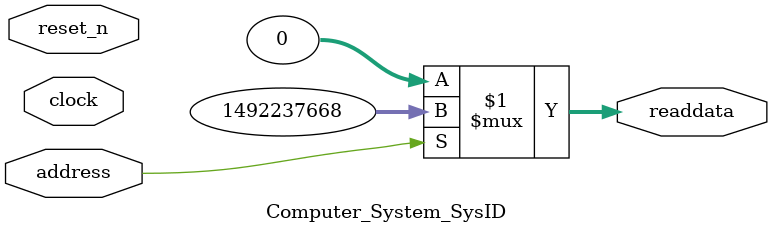
<source format=v>



// synthesis translate_off
`timescale 1ns / 1ps
// synthesis translate_on

// turn off superfluous verilog processor warnings 
// altera message_level Level1 
// altera message_off 10034 10035 10036 10037 10230 10240 10030 

module Computer_System_SysID (
               // inputs:
                address,
                clock,
                reset_n,

               // outputs:
                readdata
             )
;

  output  [ 31: 0] readdata;
  input            address;
  input            clock;
  input            reset_n;

  wire    [ 31: 0] readdata;
  //control_slave, which is an e_avalon_slave
  assign readdata = address ? 1492237668 : 0;

endmodule



</source>
